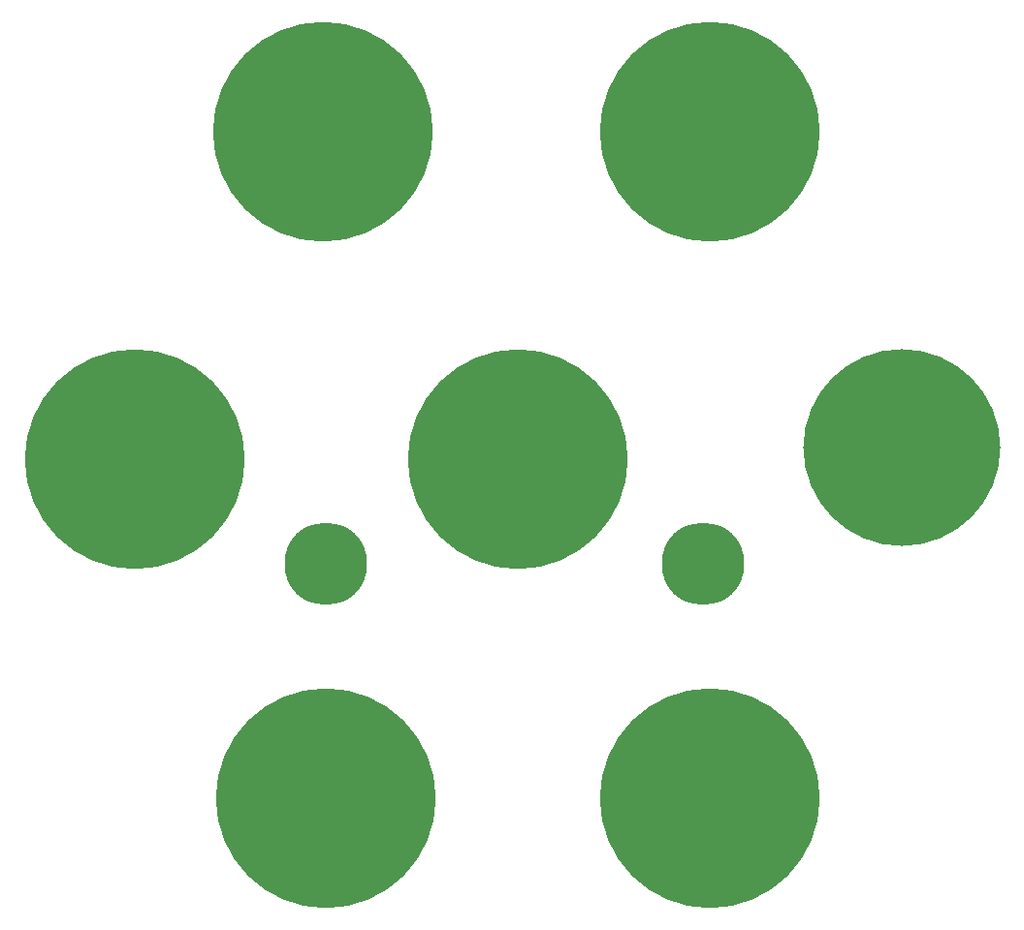
<source format=gbl>
G04 MADE WITH FRITZING*
G04 WWW.FRITZING.ORG*
G04 DOUBLE SIDED*
G04 HOLES PLATED*
G04 CONTOUR ON CENTER OF CONTOUR VECTOR*
%ASAXBY*%
%FSLAX23Y23*%
%MOIN*%
%OFA0B0*%
%SFA1.0B1.0*%
%ADD10C,0.283464*%
%ADD11C,0.755905*%
%ADD12C,0.677165*%
%LNCOPPER0*%
G90*
G70*
G54D10*
X2647Y1568D03*
X1351Y1568D03*
G54D11*
X2670Y3053D03*
X2010Y1927D03*
X692Y1927D03*
G54D12*
X3329Y1966D03*
G54D11*
X1341Y3053D03*
X1351Y761D03*
X2670Y761D03*
G04 End of Copper0*
M02*
</source>
